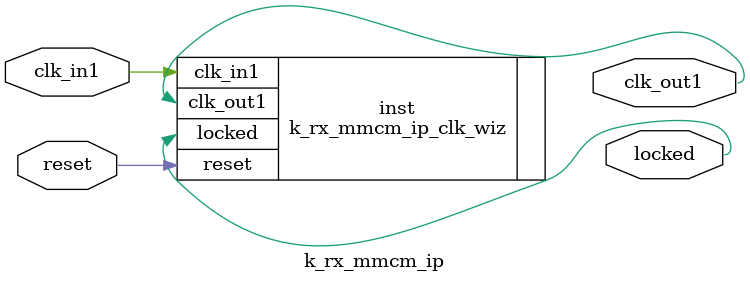
<source format=v>


`timescale 1ps/1ps

(* CORE_GENERATION_INFO = "k_rx_mmcm_ip,clk_wiz_v5_4_1_0,{component_name=k_rx_mmcm_ip,use_phase_alignment=true,use_min_o_jitter=false,use_max_i_jitter=false,use_dyn_phase_shift=false,use_inclk_switchover=false,use_dyn_reconfig=false,enable_axi=0,feedback_source=FDBK_AUTO,PRIMITIVE=MMCM,num_out_clk=1,clkin1_period=4.000,clkin2_period=10.0,use_power_down=false,use_reset=true,use_locked=true,use_inclk_stopped=false,feedback_type=SINGLE,CLOCK_MGR_TYPE=NA,manual_override=false}" *)

module k_rx_mmcm_ip 
 (
  // Clock out ports
  output        clk_out1,
  // Status and control signals
  input         reset,
  output        locked,
 // Clock in ports
  input         clk_in1
 );

  k_rx_mmcm_ip_clk_wiz inst
  (
  // Clock out ports  
  .clk_out1(clk_out1),
  // Status and control signals               
  .reset(reset), 
  .locked(locked),
 // Clock in ports
  .clk_in1(clk_in1)
  );

endmodule

</source>
